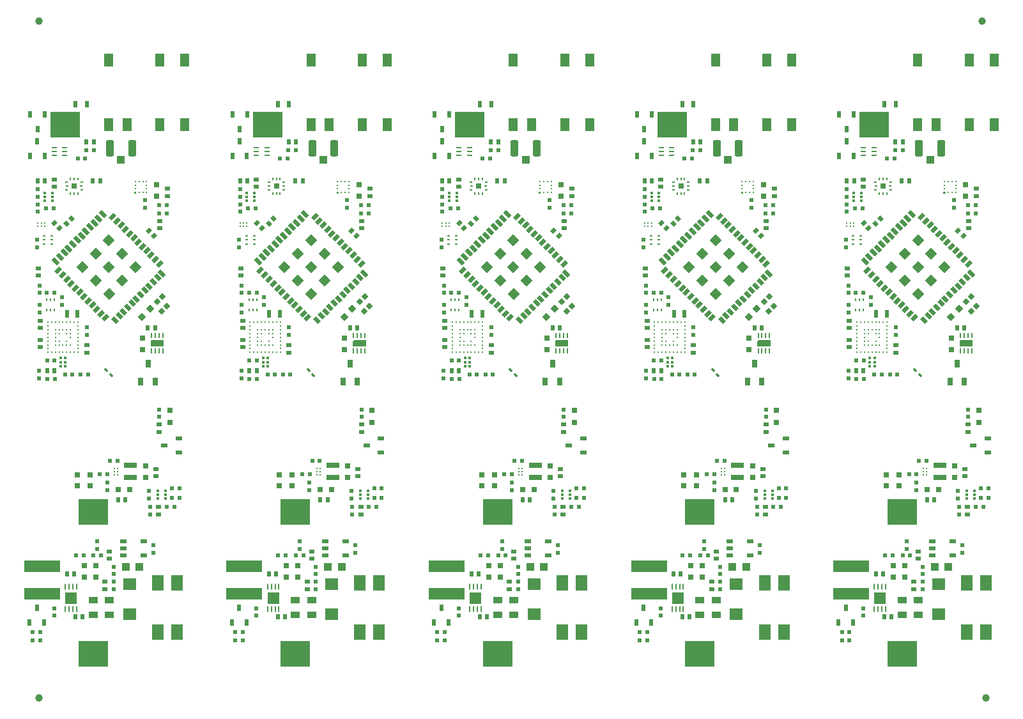
<source format=gbp>
G04*
G04 #@! TF.GenerationSoftware,Altium Limited,Altium Designer,20.1.14 (287)*
G04*
G04 Layer_Color=128*
%FSAX25Y25*%
%MOIN*%
G70*
G04*
G04 #@! TF.SameCoordinates,1811FDE6-F90D-4AF7-B065-783B26A83BD4*
G04*
G04*
G04 #@! TF.FilePolarity,Positive*
G04*
G01*
G75*
%ADD10C,0.03937*%
%ADD29R,0.15748X0.13780*%
%ADD30R,0.02362X0.01968*%
%ADD31R,0.03150X0.03937*%
G04:AMPARAMS|DCode=32|XSize=41.34mil|YSize=86.61mil|CornerRadius=10.34mil|HoleSize=0mil|Usage=FLASHONLY|Rotation=0.000|XOffset=0mil|YOffset=0mil|HoleType=Round|Shape=RoundedRectangle|*
%AMROUNDEDRECTD32*
21,1,0.04134,0.06594,0,0,0.0*
21,1,0.02067,0.08661,0,0,0.0*
1,1,0.02067,0.01034,-0.03297*
1,1,0.02067,-0.01034,-0.03297*
1,1,0.02067,-0.01034,0.03297*
1,1,0.02067,0.01034,0.03297*
%
%ADD32ROUNDEDRECTD32*%
%ADD33R,0.03937X0.03937*%
%ADD34R,0.02362X0.03543*%
G04:AMPARAMS|DCode=35|XSize=24.41mil|YSize=22.44mil|CornerRadius=0mil|HoleSize=0mil|Usage=FLASHONLY|Rotation=315.000|XOffset=0mil|YOffset=0mil|HoleType=Round|Shape=Rectangle|*
%AMROTATEDRECTD35*
4,1,4,-0.01656,0.00070,-0.00070,0.01656,0.01656,-0.00070,0.00070,-0.01656,-0.01656,0.00070,0.0*
%
%ADD35ROTATEDRECTD35*%

%ADD36R,0.01968X0.02362*%
G04:AMPARAMS|DCode=38|XSize=9.84mil|YSize=33.47mil|CornerRadius=2.46mil|HoleSize=0mil|Usage=FLASHONLY|Rotation=180.000|XOffset=0mil|YOffset=0mil|HoleType=Round|Shape=RoundedRectangle|*
%AMROUNDEDRECTD38*
21,1,0.00984,0.02854,0,0,180.0*
21,1,0.00492,0.03347,0,0,180.0*
1,1,0.00492,-0.00246,0.01427*
1,1,0.00492,0.00246,0.01427*
1,1,0.00492,0.00246,-0.01427*
1,1,0.00492,-0.00246,-0.01427*
%
%ADD38ROUNDEDRECTD38*%
%ADD39R,0.02362X0.02520*%
%ADD40R,0.01181X0.01181*%
%ADD42R,0.03150X0.03150*%
%ADD43R,0.02520X0.02362*%
%ADD44R,0.05118X0.07087*%
%ADD45R,0.05118X0.03543*%
%ADD46R,0.06614X0.05984*%
%ADD47R,0.06102X0.08268*%
%ADD48R,0.03740X0.01890*%
%ADD49P,0.04454X4X270.0*%
G04:AMPARAMS|DCode=54|XSize=25.2mil|YSize=23.62mil|CornerRadius=0mil|HoleSize=0mil|Usage=FLASHONLY|Rotation=135.000|XOffset=0mil|YOffset=0mil|HoleType=Round|Shape=Rectangle|*
%AMROTATEDRECTD54*
4,1,4,0.01726,-0.00056,0.00056,-0.01726,-0.01726,0.00056,-0.00056,0.01726,0.01726,-0.00056,0.0*
%
%ADD54ROTATEDRECTD54*%

%ADD56R,0.01575X0.01181*%
G04:AMPARAMS|DCode=59|XSize=24.41mil|YSize=22.44mil|CornerRadius=0mil|HoleSize=0mil|Usage=FLASHONLY|Rotation=225.000|XOffset=0mil|YOffset=0mil|HoleType=Round|Shape=Rectangle|*
%AMROTATEDRECTD59*
4,1,4,0.00070,0.01656,0.01656,0.00070,-0.00070,-0.01656,-0.01656,-0.00070,0.00070,0.01656,0.0*
%
%ADD59ROTATEDRECTD59*%

%ADD61R,0.01890X0.03740*%
%ADD62R,0.05906X0.06299*%
%ADD63R,0.18504X0.05906*%
G04:AMPARAMS|DCode=67|XSize=23.62mil|YSize=19.68mil|CornerRadius=0mil|HoleSize=0mil|Usage=FLASHONLY|Rotation=225.000|XOffset=0mil|YOffset=0mil|HoleType=Round|Shape=Rectangle|*
%AMROTATEDRECTD67*
4,1,4,0.00139,0.01531,0.01531,0.00139,-0.00139,-0.01531,-0.01531,-0.00139,0.00139,0.01531,0.0*
%
%ADD67ROTATEDRECTD67*%

%ADD68R,0.01968X0.01968*%
G04:AMPARAMS|DCode=69|XSize=13.78mil|YSize=19.68mil|CornerRadius=0mil|HoleSize=0mil|Usage=FLASHONLY|Rotation=225.000|XOffset=0mil|YOffset=0mil|HoleType=Round|Shape=Rectangle|*
%AMROTATEDRECTD69*
4,1,4,-0.00209,0.01183,0.01183,-0.00209,0.00209,-0.01183,-0.01183,0.00209,-0.00209,0.01183,0.0*
%
%ADD69ROTATEDRECTD69*%

%ADD70R,0.06693X0.02756*%
%ADD71R,0.03150X0.03150*%
G04:AMPARAMS|DCode=144|XSize=37.4mil|YSize=19.29mil|CornerRadius=0mil|HoleSize=0mil|Usage=FLASHONLY|Rotation=45.000|XOffset=0mil|YOffset=0mil|HoleType=Round|Shape=Rectangle|*
%AMROTATEDRECTD144*
4,1,4,-0.00640,-0.02004,-0.02004,-0.00640,0.00640,0.02004,0.02004,0.00640,-0.00640,-0.02004,0.0*
%
%ADD144ROTATEDRECTD144*%

G04:AMPARAMS|DCode=145|XSize=37.8mil|YSize=19.68mil|CornerRadius=0mil|HoleSize=0mil|Usage=FLASHONLY|Rotation=135.000|XOffset=0mil|YOffset=0mil|HoleType=Round|Shape=Rectangle|*
%AMROTATEDRECTD145*
4,1,4,0.02032,-0.00640,0.00640,-0.02032,-0.02032,0.00640,-0.00640,0.02032,0.02032,-0.00640,0.0*
%
%ADD145ROTATEDRECTD145*%

G04:AMPARAMS|DCode=146|XSize=37.4mil|YSize=19.29mil|CornerRadius=0mil|HoleSize=0mil|Usage=FLASHONLY|Rotation=135.000|XOffset=0mil|YOffset=0mil|HoleType=Round|Shape=Rectangle|*
%AMROTATEDRECTD146*
4,1,4,0.02004,-0.00640,0.00640,-0.02004,-0.02004,0.00640,-0.00640,0.02004,0.02004,-0.00640,0.0*
%
%ADD146ROTATEDRECTD146*%

G04:AMPARAMS|DCode=147|XSize=37.4mil|YSize=19.29mil|CornerRadius=0mil|HoleSize=0mil|Usage=FLASHONLY|Rotation=135.000|XOffset=0mil|YOffset=0mil|HoleType=Round|Shape=Rectangle|*
%AMROTATEDRECTD147*
4,1,4,0.02004,-0.00640,0.00640,-0.02004,-0.02004,0.00640,-0.00640,0.02004,0.02004,-0.00640,0.0*
%
%ADD147ROTATEDRECTD147*%

%ADD148R,0.00984X0.02559*%
%ADD149C,0.00787*%
%ADD150R,0.00945X0.00945*%
%ADD151R,0.00945X0.00945*%
G04:AMPARAMS|DCode=152|XSize=43.31mil|YSize=43.31mil|CornerRadius=0mil|HoleSize=0mil|Usage=FLASHONLY|Rotation=135.000|XOffset=0mil|YOffset=0mil|HoleType=Round|Shape=RoundedRectangle|*
%AMROUNDEDRECTD152*
21,1,0.04331,0.04331,0,0,135.0*
21,1,0.04331,0.04331,0,0,135.0*
1,1,0.00000,0.00000,0.03062*
1,1,0.00000,0.03062,0.00000*
1,1,0.00000,0.00000,-0.03062*
1,1,0.00000,-0.03062,0.00000*
%
%ADD152ROUNDEDRECTD152*%
%ADD153P,0.06125X4X180.0*%
%ADD154R,0.01260X0.01654*%
%ADD155R,0.00984X0.01673*%
%ADD156R,0.01673X0.00984*%
%ADD157R,0.01772X0.00984*%
%ADD158R,0.02953X0.00984*%
%ADD159R,0.01968X0.03937*%
%ADD160R,0.00787X0.01378*%
G36*
X0512545Y0278573D02*
X0512545Y0277933D01*
X0511462D01*
Y0278917D01*
X0512200Y0278918D01*
X0512545Y0278573D01*
D02*
G37*
G36*
X0407032D02*
X0407032Y0277933D01*
X0405949D01*
Y0278917D01*
X0406687Y0278918D01*
X0407032Y0278573D01*
D02*
G37*
G36*
X0301519D02*
X0301519Y0277933D01*
X0300436D01*
Y0278917D01*
X0301174Y0278918D01*
X0301519Y0278573D01*
D02*
G37*
G36*
X0196005D02*
X0196005Y0277933D01*
X0194923D01*
Y0278917D01*
X0195661Y0278918D01*
X0196005Y0278573D01*
D02*
G37*
G36*
X0090492D02*
X0090492Y0277933D01*
X0089410D01*
Y0278917D01*
X0090148Y0278918D01*
X0090492Y0278573D01*
D02*
G37*
G36*
X0526778Y0198307D02*
X0519928Y0198302D01*
X0519928Y0200787D01*
X0520519Y0201377D01*
X0526778Y0201377D01*
X0526778Y0198307D01*
D02*
G37*
G36*
X0421265D02*
X0414415Y0198302D01*
X0414415Y0200787D01*
X0415006Y0201377D01*
X0421265Y0201377D01*
X0421265Y0198307D01*
D02*
G37*
G36*
X0315752D02*
X0308902Y0198302D01*
X0308901Y0200787D01*
X0309493Y0201377D01*
X0315752Y0201377D01*
X0315752Y0198307D01*
D02*
G37*
G36*
X0210239D02*
X0203389Y0198302D01*
X0203388Y0200787D01*
X0203979Y0201377D01*
X0210239Y0201377D01*
X0210239Y0198307D01*
D02*
G37*
G36*
X0104725D02*
X0097875Y0198302D01*
X0097875Y0200787D01*
X0098466Y0201377D01*
X0104725Y0201377D01*
X0104725Y0198307D01*
D02*
G37*
D10*
X0533543Y0014764D02*
D03*
X0039567Y0367913D02*
D03*
Y0014764D02*
D03*
X0531772Y0367913D02*
D03*
D29*
X0067914Y0037794D02*
D03*
X0053465Y0313740D02*
D03*
X0067914Y0111810D02*
D03*
X0173427Y0037794D02*
D03*
X0158978Y0313740D02*
D03*
X0173427Y0111810D02*
D03*
X0278941Y0037794D02*
D03*
X0264491Y0313740D02*
D03*
X0278941Y0111810D02*
D03*
X0384454Y0037794D02*
D03*
X0370004Y0313740D02*
D03*
X0384454Y0111810D02*
D03*
X0489967Y0037794D02*
D03*
X0475518Y0313740D02*
D03*
X0489967Y0111810D02*
D03*
D30*
X0070191Y0092467D02*
D03*
Y0096404D02*
D03*
X0099253Y0090590D02*
D03*
Y0094527D02*
D03*
X0078544Y0083346D02*
D03*
Y0079409D02*
D03*
Y0075511D02*
D03*
Y0071574D02*
D03*
X0102363Y0165354D02*
D03*
Y0161416D02*
D03*
X0039055Y0268386D02*
D03*
Y0272323D02*
D03*
X0038661Y0253858D02*
D03*
Y0249921D02*
D03*
X0039055Y0280236D02*
D03*
Y0276299D02*
D03*
X0094962Y0270550D02*
D03*
Y0274487D02*
D03*
X0047639Y0061653D02*
D03*
Y0057716D02*
D03*
X0097127Y0118897D02*
D03*
Y0122834D02*
D03*
X0097678Y0114448D02*
D03*
Y0110511D02*
D03*
X0064567Y0208268D02*
D03*
Y0204331D02*
D03*
X0051654Y0219882D02*
D03*
Y0223819D02*
D03*
X0039921Y0226063D02*
D03*
Y0230000D02*
D03*
Y0219843D02*
D03*
Y0215906D02*
D03*
X0039843Y0181653D02*
D03*
Y0185590D02*
D03*
X0075355Y0127283D02*
D03*
Y0123346D02*
D03*
X0175704Y0092467D02*
D03*
Y0096404D02*
D03*
X0204766Y0090590D02*
D03*
Y0094527D02*
D03*
X0184057Y0083346D02*
D03*
Y0079409D02*
D03*
Y0075511D02*
D03*
Y0071574D02*
D03*
X0207876Y0165354D02*
D03*
Y0161416D02*
D03*
X0144568Y0268386D02*
D03*
Y0272323D02*
D03*
X0144175Y0253858D02*
D03*
Y0249921D02*
D03*
X0144568Y0280236D02*
D03*
Y0276299D02*
D03*
X0200475Y0270550D02*
D03*
Y0274487D02*
D03*
X0153152Y0061653D02*
D03*
Y0057716D02*
D03*
X0202640Y0118897D02*
D03*
Y0122834D02*
D03*
X0203191Y0114448D02*
D03*
Y0110511D02*
D03*
X0170080Y0208268D02*
D03*
Y0204331D02*
D03*
X0157167Y0219882D02*
D03*
Y0223819D02*
D03*
X0145434Y0226063D02*
D03*
Y0230000D02*
D03*
Y0219843D02*
D03*
Y0215906D02*
D03*
X0145357Y0181653D02*
D03*
Y0185590D02*
D03*
X0180868Y0127283D02*
D03*
Y0123346D02*
D03*
X0281217Y0092467D02*
D03*
Y0096404D02*
D03*
X0310279Y0090590D02*
D03*
Y0094527D02*
D03*
X0289571Y0083346D02*
D03*
Y0079409D02*
D03*
Y0075511D02*
D03*
Y0071574D02*
D03*
X0313390Y0165354D02*
D03*
Y0161416D02*
D03*
X0250082Y0268386D02*
D03*
Y0272323D02*
D03*
X0249688Y0253858D02*
D03*
Y0249921D02*
D03*
X0250082Y0280236D02*
D03*
Y0276299D02*
D03*
X0305988Y0270550D02*
D03*
Y0274487D02*
D03*
X0258665Y0061653D02*
D03*
Y0057716D02*
D03*
X0308153Y0118897D02*
D03*
Y0122834D02*
D03*
X0308704Y0114448D02*
D03*
Y0110511D02*
D03*
X0275593Y0208268D02*
D03*
Y0204331D02*
D03*
X0262680Y0219882D02*
D03*
Y0223819D02*
D03*
X0250948Y0226063D02*
D03*
Y0230000D02*
D03*
Y0219843D02*
D03*
Y0215906D02*
D03*
X0250870Y0181653D02*
D03*
Y0185590D02*
D03*
X0286382Y0127283D02*
D03*
Y0123346D02*
D03*
X0386731Y0092467D02*
D03*
Y0096404D02*
D03*
X0415793Y0090590D02*
D03*
Y0094527D02*
D03*
X0395084Y0083346D02*
D03*
Y0079409D02*
D03*
Y0075511D02*
D03*
Y0071574D02*
D03*
X0418903Y0165354D02*
D03*
Y0161416D02*
D03*
X0355595Y0268386D02*
D03*
Y0272323D02*
D03*
X0355201Y0253858D02*
D03*
Y0249921D02*
D03*
X0355595Y0280236D02*
D03*
Y0276299D02*
D03*
X0411501Y0270550D02*
D03*
Y0274487D02*
D03*
X0364178Y0061653D02*
D03*
Y0057716D02*
D03*
X0413667Y0118897D02*
D03*
Y0122834D02*
D03*
X0414218Y0114448D02*
D03*
Y0110511D02*
D03*
X0381107Y0208268D02*
D03*
Y0204331D02*
D03*
X0368193Y0219882D02*
D03*
Y0223819D02*
D03*
X0356461Y0226063D02*
D03*
Y0230000D02*
D03*
Y0219843D02*
D03*
Y0215906D02*
D03*
X0356383Y0181653D02*
D03*
Y0185590D02*
D03*
X0391895Y0127283D02*
D03*
Y0123346D02*
D03*
X0492244Y0092467D02*
D03*
Y0096404D02*
D03*
X0521306Y0090590D02*
D03*
Y0094527D02*
D03*
X0500597Y0083346D02*
D03*
Y0079409D02*
D03*
Y0075511D02*
D03*
Y0071574D02*
D03*
X0524416Y0165354D02*
D03*
Y0161416D02*
D03*
X0461108Y0268386D02*
D03*
Y0272323D02*
D03*
X0460714Y0253858D02*
D03*
Y0249921D02*
D03*
X0461108Y0280236D02*
D03*
Y0276299D02*
D03*
X0517014Y0270550D02*
D03*
Y0274487D02*
D03*
X0469692Y0061653D02*
D03*
Y0057716D02*
D03*
X0519180Y0118897D02*
D03*
Y0122834D02*
D03*
X0519731Y0114448D02*
D03*
Y0110511D02*
D03*
X0486620Y0208268D02*
D03*
Y0204331D02*
D03*
X0473706Y0219882D02*
D03*
Y0223819D02*
D03*
X0461974Y0226063D02*
D03*
Y0230000D02*
D03*
Y0219843D02*
D03*
Y0215906D02*
D03*
X0461896Y0181653D02*
D03*
Y0185590D02*
D03*
X0497408Y0127283D02*
D03*
Y0123346D02*
D03*
D31*
X0100312Y0179898D02*
D03*
X0092832D02*
D03*
X0096572Y0189347D02*
D03*
X0205825Y0179898D02*
D03*
X0198345D02*
D03*
X0202085Y0189347D02*
D03*
X0311339Y0179898D02*
D03*
X0303858D02*
D03*
X0307598Y0189347D02*
D03*
X0416852Y0179898D02*
D03*
X0409372D02*
D03*
X0413112Y0189347D02*
D03*
X0522365Y0179898D02*
D03*
X0514885D02*
D03*
X0518625Y0189347D02*
D03*
D32*
X0088328Y0301493D02*
D03*
X0076714D02*
D03*
X0193841D02*
D03*
X0182227D02*
D03*
X0299354D02*
D03*
X0287740D02*
D03*
X0404867D02*
D03*
X0393253D02*
D03*
X0510381D02*
D03*
X0498766D02*
D03*
D33*
X0082521Y0295587D02*
D03*
X0092088Y0083267D02*
D03*
X0085001D02*
D03*
X0188034Y0295587D02*
D03*
X0197601Y0083267D02*
D03*
X0190514D02*
D03*
X0293547Y0295587D02*
D03*
X0303114Y0083267D02*
D03*
X0296027D02*
D03*
X0399060Y0295587D02*
D03*
X0408627Y0083267D02*
D03*
X0401541D02*
D03*
X0504573Y0295587D02*
D03*
X0514140Y0083267D02*
D03*
X0507054D02*
D03*
D34*
X0058702Y0324487D02*
D03*
X0064607D02*
D03*
X0164215D02*
D03*
X0170120D02*
D03*
X0269728D02*
D03*
X0275634D02*
D03*
X0375241D02*
D03*
X0381147D02*
D03*
X0480755D02*
D03*
X0486660D02*
D03*
D35*
X0056664Y0264733D02*
D03*
X0054047Y0262116D02*
D03*
X0162177Y0264733D02*
D03*
X0159560Y0262116D02*
D03*
X0267690Y0264733D02*
D03*
X0265073Y0262116D02*
D03*
X0373203Y0264733D02*
D03*
X0370586Y0262116D02*
D03*
X0478717Y0264733D02*
D03*
X0476100Y0262116D02*
D03*
D36*
X0047954Y0181220D02*
D03*
X0044017D02*
D03*
X0106261Y0267637D02*
D03*
X0102324D02*
D03*
X0068229Y0300511D02*
D03*
X0064292D02*
D03*
X0047244Y0270236D02*
D03*
X0043307D02*
D03*
X0102324Y0271889D02*
D03*
X0106261D02*
D03*
X0063859Y0296180D02*
D03*
X0059922D02*
D03*
X0068190Y0089094D02*
D03*
X0072127D02*
D03*
X0058977Y0089054D02*
D03*
X0062914D02*
D03*
X0036497Y0044940D02*
D03*
X0040434D02*
D03*
X0036497Y0049231D02*
D03*
X0040434D02*
D03*
X0110237Y0114566D02*
D03*
X0106300D02*
D03*
X0109056Y0124054D02*
D03*
X0112993D02*
D03*
X0043780Y0226260D02*
D03*
X0047717D02*
D03*
X0109056Y0119330D02*
D03*
X0112993D02*
D03*
X0047835Y0190709D02*
D03*
X0043898D02*
D03*
X0053465Y0183464D02*
D03*
X0057165D02*
D03*
X0061536D02*
D03*
X0065315D02*
D03*
X0076733Y0138542D02*
D03*
X0080670D02*
D03*
X0075434Y0131377D02*
D03*
X0071497D02*
D03*
X0153467Y0181220D02*
D03*
X0149530D02*
D03*
X0211774Y0267637D02*
D03*
X0207837D02*
D03*
X0173742Y0300511D02*
D03*
X0169806D02*
D03*
X0152757Y0270236D02*
D03*
X0148820D02*
D03*
X0207837Y0271889D02*
D03*
X0211774D02*
D03*
X0169372Y0296180D02*
D03*
X0165435D02*
D03*
X0173703Y0089094D02*
D03*
X0177640D02*
D03*
X0164490Y0089054D02*
D03*
X0168428D02*
D03*
X0142010Y0044940D02*
D03*
X0145947D02*
D03*
X0142010Y0049231D02*
D03*
X0145947D02*
D03*
X0215750Y0114566D02*
D03*
X0211813D02*
D03*
X0214569Y0124054D02*
D03*
X0218506D02*
D03*
X0149293Y0226260D02*
D03*
X0153230D02*
D03*
X0214569Y0119330D02*
D03*
X0218506D02*
D03*
X0153348Y0190709D02*
D03*
X0149411D02*
D03*
X0158978Y0183464D02*
D03*
X0162679D02*
D03*
X0167049D02*
D03*
X0170828D02*
D03*
X0182246Y0138542D02*
D03*
X0186183D02*
D03*
X0180947Y0131377D02*
D03*
X0177010D02*
D03*
X0258980Y0181220D02*
D03*
X0255043D02*
D03*
X0317287Y0267637D02*
D03*
X0313350D02*
D03*
X0279256Y0300511D02*
D03*
X0275319D02*
D03*
X0258271Y0270236D02*
D03*
X0254333D02*
D03*
X0313350Y0271889D02*
D03*
X0317287D02*
D03*
X0274886Y0296180D02*
D03*
X0270949D02*
D03*
X0279216Y0089094D02*
D03*
X0283153D02*
D03*
X0270004Y0089054D02*
D03*
X0273941D02*
D03*
X0247523Y0044940D02*
D03*
X0251460D02*
D03*
X0247523Y0049231D02*
D03*
X0251460D02*
D03*
X0321264Y0114566D02*
D03*
X0317327D02*
D03*
X0320082Y0124054D02*
D03*
X0324020D02*
D03*
X0254806Y0226260D02*
D03*
X0258743D02*
D03*
X0320082Y0119330D02*
D03*
X0324020D02*
D03*
X0258861Y0190709D02*
D03*
X0254924D02*
D03*
X0264491Y0183464D02*
D03*
X0268192D02*
D03*
X0272562D02*
D03*
X0276341D02*
D03*
X0287760Y0138542D02*
D03*
X0291697D02*
D03*
X0286460Y0131377D02*
D03*
X0282523D02*
D03*
X0364493Y0181220D02*
D03*
X0360556D02*
D03*
X0422800Y0267637D02*
D03*
X0418863D02*
D03*
X0384769Y0300511D02*
D03*
X0380832D02*
D03*
X0363784Y0270236D02*
D03*
X0359847D02*
D03*
X0418863Y0271889D02*
D03*
X0422800D02*
D03*
X0380399Y0296180D02*
D03*
X0376462D02*
D03*
X0384730Y0089094D02*
D03*
X0388667D02*
D03*
X0375517Y0089054D02*
D03*
X0379454D02*
D03*
X0353037Y0044940D02*
D03*
X0356974D02*
D03*
X0353037Y0049231D02*
D03*
X0356974D02*
D03*
X0426777Y0114566D02*
D03*
X0422840D02*
D03*
X0425596Y0124054D02*
D03*
X0429533D02*
D03*
X0360319Y0226260D02*
D03*
X0364256D02*
D03*
X0425596Y0119330D02*
D03*
X0429533D02*
D03*
X0364374Y0190709D02*
D03*
X0360437D02*
D03*
X0370004Y0183464D02*
D03*
X0373705D02*
D03*
X0378075D02*
D03*
X0381855D02*
D03*
X0393273Y0138542D02*
D03*
X0397210D02*
D03*
X0391974Y0131377D02*
D03*
X0388037D02*
D03*
X0470007Y0181220D02*
D03*
X0466070D02*
D03*
X0528314Y0267637D02*
D03*
X0524377D02*
D03*
X0490282Y0300511D02*
D03*
X0486345D02*
D03*
X0469297Y0270236D02*
D03*
X0465360D02*
D03*
X0524377Y0271889D02*
D03*
X0528314D02*
D03*
X0485912Y0296180D02*
D03*
X0481975D02*
D03*
X0490243Y0089094D02*
D03*
X0494180D02*
D03*
X0481030Y0089054D02*
D03*
X0484967D02*
D03*
X0458550Y0044940D02*
D03*
X0462487D02*
D03*
X0458550Y0049231D02*
D03*
X0462487D02*
D03*
X0532290Y0114566D02*
D03*
X0528353D02*
D03*
X0531109Y0124054D02*
D03*
X0535046D02*
D03*
X0465832Y0226260D02*
D03*
X0469769D02*
D03*
X0531109Y0119330D02*
D03*
X0535046D02*
D03*
X0469888Y0190709D02*
D03*
X0465950D02*
D03*
X0475518Y0183464D02*
D03*
X0479218D02*
D03*
X0483588D02*
D03*
X0487368D02*
D03*
X0498786Y0138542D02*
D03*
X0502723D02*
D03*
X0497487Y0131377D02*
D03*
X0493550D02*
D03*
D38*
X0057363Y0061298D02*
D03*
X0059332Y0072716D02*
D03*
X0057363D02*
D03*
X0055395D02*
D03*
X0053426D02*
D03*
Y0061298D02*
D03*
X0055395D02*
D03*
X0059332D02*
D03*
X0162876D02*
D03*
X0164845Y0072716D02*
D03*
X0162876D02*
D03*
X0160908D02*
D03*
X0158939D02*
D03*
Y0061298D02*
D03*
X0160908D02*
D03*
X0164845D02*
D03*
X0268390D02*
D03*
X0270358Y0072716D02*
D03*
X0268390D02*
D03*
X0266421D02*
D03*
X0264453D02*
D03*
Y0061298D02*
D03*
X0266421D02*
D03*
X0270358D02*
D03*
X0373903D02*
D03*
X0375871Y0072716D02*
D03*
X0373903D02*
D03*
X0371934D02*
D03*
X0369966D02*
D03*
Y0061298D02*
D03*
X0371934D02*
D03*
X0375871D02*
D03*
X0479416D02*
D03*
X0481385Y0072716D02*
D03*
X0479416D02*
D03*
X0477448D02*
D03*
X0475479D02*
D03*
Y0061298D02*
D03*
X0477448D02*
D03*
X0481385D02*
D03*
D39*
X0071733Y0284527D02*
D03*
X0067757D02*
D03*
X0039055Y0284488D02*
D03*
X0042835D02*
D03*
X0068229Y0304920D02*
D03*
X0064450D02*
D03*
X0058702Y0057283D02*
D03*
X0062481D02*
D03*
X0054214Y0079566D02*
D03*
X0057993D02*
D03*
X0096536Y0207991D02*
D03*
X0100316D02*
D03*
X0043938Y0185629D02*
D03*
X0047717D02*
D03*
X0084804Y0118188D02*
D03*
X0081024D02*
D03*
X0177246Y0284527D02*
D03*
X0173270D02*
D03*
X0144568Y0284488D02*
D03*
X0148348D02*
D03*
X0173742Y0304920D02*
D03*
X0169963D02*
D03*
X0164215Y0057283D02*
D03*
X0167994D02*
D03*
X0159727Y0079566D02*
D03*
X0163506D02*
D03*
X0202050Y0207991D02*
D03*
X0205829D02*
D03*
X0149451Y0185629D02*
D03*
X0153231D02*
D03*
X0190317Y0118188D02*
D03*
X0186538D02*
D03*
X0282760Y0284527D02*
D03*
X0278783D02*
D03*
X0250082Y0284488D02*
D03*
X0253861D02*
D03*
X0279256Y0304920D02*
D03*
X0275476D02*
D03*
X0269728Y0057283D02*
D03*
X0273508D02*
D03*
X0265240Y0079566D02*
D03*
X0269020D02*
D03*
X0307563Y0207991D02*
D03*
X0311342D02*
D03*
X0254964Y0185629D02*
D03*
X0258744D02*
D03*
X0295830Y0118188D02*
D03*
X0292051D02*
D03*
X0388273Y0284527D02*
D03*
X0384296D02*
D03*
X0355595Y0284488D02*
D03*
X0359374D02*
D03*
X0384769Y0304920D02*
D03*
X0380989D02*
D03*
X0375241Y0057283D02*
D03*
X0379021D02*
D03*
X0370753Y0079566D02*
D03*
X0374533D02*
D03*
X0413076Y0207991D02*
D03*
X0416856D02*
D03*
X0360478Y0185629D02*
D03*
X0364257D02*
D03*
X0401344Y0118188D02*
D03*
X0397564D02*
D03*
X0493786Y0284527D02*
D03*
X0489810D02*
D03*
X0461108Y0284488D02*
D03*
X0464888D02*
D03*
X0490282Y0304920D02*
D03*
X0486503D02*
D03*
X0480755Y0057283D02*
D03*
X0484534D02*
D03*
X0476266Y0079566D02*
D03*
X0480046D02*
D03*
X0518589Y0207991D02*
D03*
X0522369D02*
D03*
X0465991Y0185629D02*
D03*
X0469770D02*
D03*
X0506857Y0118188D02*
D03*
X0503077D02*
D03*
D40*
X0053504Y0192087D02*
D03*
Y0189921D02*
D03*
Y0187756D02*
D03*
X0051142D02*
D03*
Y0189921D02*
D03*
Y0192087D02*
D03*
X0159017D02*
D03*
Y0189921D02*
D03*
Y0187756D02*
D03*
X0156655D02*
D03*
Y0189921D02*
D03*
Y0192087D02*
D03*
X0264530D02*
D03*
Y0189921D02*
D03*
Y0187756D02*
D03*
X0262168D02*
D03*
Y0189921D02*
D03*
Y0192087D02*
D03*
X0370044D02*
D03*
Y0189921D02*
D03*
Y0187756D02*
D03*
X0367681D02*
D03*
Y0189921D02*
D03*
Y0192087D02*
D03*
X0475557D02*
D03*
Y0189921D02*
D03*
Y0187756D02*
D03*
X0473195D02*
D03*
Y0189921D02*
D03*
Y0192087D02*
D03*
D42*
X0101142Y0276614D02*
D03*
Y0282520D02*
D03*
X0107875Y0158660D02*
D03*
Y0164960D02*
D03*
X0093623Y0196613D02*
D03*
Y0202519D02*
D03*
X0069292Y0083818D02*
D03*
Y0077912D02*
D03*
X0063308Y0083857D02*
D03*
Y0077952D02*
D03*
X0095355Y0129960D02*
D03*
Y0135865D02*
D03*
X0059607Y0131298D02*
D03*
Y0125393D02*
D03*
X0066221Y0131338D02*
D03*
Y0125432D02*
D03*
X0206655Y0276614D02*
D03*
Y0282520D02*
D03*
X0213388Y0158660D02*
D03*
Y0164960D02*
D03*
X0199136Y0196613D02*
D03*
Y0202519D02*
D03*
X0174805Y0083818D02*
D03*
Y0077912D02*
D03*
X0168821Y0083857D02*
D03*
Y0077952D02*
D03*
X0200869Y0129960D02*
D03*
Y0135865D02*
D03*
X0165120Y0131298D02*
D03*
Y0125393D02*
D03*
X0171735Y0131338D02*
D03*
Y0125432D02*
D03*
X0312168Y0276614D02*
D03*
Y0282520D02*
D03*
X0318901Y0158660D02*
D03*
Y0164960D02*
D03*
X0304649Y0196613D02*
D03*
Y0202519D02*
D03*
X0280319Y0083818D02*
D03*
Y0077912D02*
D03*
X0274335Y0083857D02*
D03*
Y0077952D02*
D03*
X0306382Y0129960D02*
D03*
Y0135865D02*
D03*
X0270634Y0131298D02*
D03*
Y0125393D02*
D03*
X0277248Y0131338D02*
D03*
Y0125432D02*
D03*
X0417681Y0276614D02*
D03*
Y0282520D02*
D03*
X0424415Y0158660D02*
D03*
Y0164960D02*
D03*
X0410163Y0196613D02*
D03*
Y0202519D02*
D03*
X0385832Y0083818D02*
D03*
Y0077912D02*
D03*
X0379848Y0083857D02*
D03*
Y0077952D02*
D03*
X0411895Y0129960D02*
D03*
Y0135865D02*
D03*
X0376147Y0131298D02*
D03*
Y0125393D02*
D03*
X0382761Y0131338D02*
D03*
Y0125432D02*
D03*
X0523195Y0276614D02*
D03*
Y0282520D02*
D03*
X0529928Y0158660D02*
D03*
Y0164960D02*
D03*
X0515676Y0196613D02*
D03*
Y0202519D02*
D03*
X0491345Y0083818D02*
D03*
Y0077912D02*
D03*
X0485361Y0083857D02*
D03*
Y0077952D02*
D03*
X0517408Y0129960D02*
D03*
Y0135865D02*
D03*
X0481660Y0131298D02*
D03*
Y0125393D02*
D03*
X0488274Y0131338D02*
D03*
Y0125432D02*
D03*
D43*
X0106732Y0280433D02*
D03*
Y0276654D02*
D03*
X0074135Y0071653D02*
D03*
Y0075432D02*
D03*
X0076379Y0091259D02*
D03*
Y0087479D02*
D03*
X0047639Y0281456D02*
D03*
Y0285235D02*
D03*
X0039449Y0235118D02*
D03*
Y0238898D02*
D03*
X0102639Y0263542D02*
D03*
Y0259763D02*
D03*
X0040458Y0211503D02*
D03*
Y0207723D02*
D03*
X0102048Y0110668D02*
D03*
Y0114448D02*
D03*
X0064567Y0194961D02*
D03*
Y0198740D02*
D03*
X0040454Y0197716D02*
D03*
Y0201495D02*
D03*
X0102363Y0153621D02*
D03*
Y0157401D02*
D03*
X0100670Y0130550D02*
D03*
Y0134330D02*
D03*
X0212245Y0280433D02*
D03*
Y0276654D02*
D03*
X0179648Y0071653D02*
D03*
Y0075432D02*
D03*
X0181892Y0091259D02*
D03*
Y0087479D02*
D03*
X0153152Y0281456D02*
D03*
Y0285235D02*
D03*
X0144962Y0235118D02*
D03*
Y0238898D02*
D03*
X0208152Y0263542D02*
D03*
Y0259763D02*
D03*
X0145971Y0211503D02*
D03*
Y0207723D02*
D03*
X0207561Y0110668D02*
D03*
Y0114448D02*
D03*
X0170080Y0194961D02*
D03*
Y0198740D02*
D03*
X0145967Y0197716D02*
D03*
Y0201495D02*
D03*
X0207876Y0153621D02*
D03*
Y0157401D02*
D03*
X0206183Y0130550D02*
D03*
Y0134330D02*
D03*
X0317759Y0280433D02*
D03*
Y0276654D02*
D03*
X0285161Y0071653D02*
D03*
Y0075432D02*
D03*
X0287405Y0091259D02*
D03*
Y0087479D02*
D03*
X0258665Y0281456D02*
D03*
Y0285235D02*
D03*
X0250475Y0235118D02*
D03*
Y0238898D02*
D03*
X0313665Y0263542D02*
D03*
Y0259763D02*
D03*
X0251484Y0211503D02*
D03*
Y0207723D02*
D03*
X0313075Y0110668D02*
D03*
Y0114448D02*
D03*
X0275593Y0194961D02*
D03*
Y0198740D02*
D03*
X0251480Y0197716D02*
D03*
Y0201495D02*
D03*
X0313390Y0153621D02*
D03*
Y0157401D02*
D03*
X0311697Y0130550D02*
D03*
Y0134330D02*
D03*
X0423272Y0280433D02*
D03*
Y0276654D02*
D03*
X0390674Y0071653D02*
D03*
Y0075432D02*
D03*
X0392918Y0091259D02*
D03*
Y0087479D02*
D03*
X0364178Y0281456D02*
D03*
Y0285235D02*
D03*
X0355989Y0235118D02*
D03*
Y0238898D02*
D03*
X0419178Y0263542D02*
D03*
Y0259763D02*
D03*
X0356997Y0211503D02*
D03*
Y0207723D02*
D03*
X0418588Y0110668D02*
D03*
Y0114448D02*
D03*
X0381107Y0194961D02*
D03*
Y0198740D02*
D03*
X0356993Y0197716D02*
D03*
Y0201495D02*
D03*
X0418903Y0153621D02*
D03*
Y0157401D02*
D03*
X0417210Y0130550D02*
D03*
Y0134330D02*
D03*
X0528785Y0280433D02*
D03*
Y0276654D02*
D03*
X0496188Y0071653D02*
D03*
Y0075432D02*
D03*
X0498432Y0091259D02*
D03*
Y0087479D02*
D03*
X0469692Y0281456D02*
D03*
Y0285235D02*
D03*
X0461502Y0235118D02*
D03*
Y0238898D02*
D03*
X0524692Y0263542D02*
D03*
Y0259763D02*
D03*
X0462510Y0211503D02*
D03*
Y0207723D02*
D03*
X0524101Y0110668D02*
D03*
Y0114448D02*
D03*
X0486620Y0194961D02*
D03*
Y0198740D02*
D03*
X0462507Y0197716D02*
D03*
Y0201495D02*
D03*
X0524416Y0153621D02*
D03*
Y0157401D02*
D03*
X0522723Y0130550D02*
D03*
Y0134330D02*
D03*
D44*
X0076102Y0313780D02*
D03*
X0085551D02*
D03*
X0102874D02*
D03*
X0115866D02*
D03*
X0076102Y0347638D02*
D03*
X0115866D02*
D03*
X0102874D02*
D03*
X0181616Y0313780D02*
D03*
X0191064D02*
D03*
X0208387D02*
D03*
X0221379D02*
D03*
X0181616Y0347638D02*
D03*
X0221379D02*
D03*
X0208387D02*
D03*
X0287129Y0313780D02*
D03*
X0296578D02*
D03*
X0313900D02*
D03*
X0326893D02*
D03*
X0287129Y0347638D02*
D03*
X0326893D02*
D03*
X0313900D02*
D03*
X0392642Y0313780D02*
D03*
X0402091D02*
D03*
X0419414D02*
D03*
X0432406D02*
D03*
X0392642Y0347638D02*
D03*
X0432406D02*
D03*
X0419414D02*
D03*
X0498155Y0313780D02*
D03*
X0507604D02*
D03*
X0524927D02*
D03*
X0537919D02*
D03*
X0498155Y0347638D02*
D03*
X0537919D02*
D03*
X0524927D02*
D03*
D45*
X0076418Y0065826D02*
D03*
Y0058346D02*
D03*
X0067954Y0065786D02*
D03*
Y0058306D02*
D03*
X0181931Y0065826D02*
D03*
Y0058346D02*
D03*
X0173467Y0065786D02*
D03*
Y0058306D02*
D03*
X0287445Y0065826D02*
D03*
Y0058346D02*
D03*
X0278980Y0065786D02*
D03*
Y0058306D02*
D03*
X0392958Y0065826D02*
D03*
Y0058346D02*
D03*
X0384493Y0065786D02*
D03*
Y0058306D02*
D03*
X0498471Y0065826D02*
D03*
Y0058346D02*
D03*
X0490007Y0065786D02*
D03*
Y0058306D02*
D03*
D46*
X0086969Y0058641D02*
D03*
Y0074113D02*
D03*
X0192483Y0058641D02*
D03*
Y0074113D02*
D03*
X0297996Y0058641D02*
D03*
Y0074113D02*
D03*
X0403509Y0058641D02*
D03*
Y0074113D02*
D03*
X0509022Y0058641D02*
D03*
Y0074113D02*
D03*
D47*
X0101694Y0074881D02*
D03*
X0111694Y0049290D02*
D03*
X0101694D02*
D03*
X0111694Y0074881D02*
D03*
X0207207D02*
D03*
X0217207Y0049290D02*
D03*
X0207207D02*
D03*
X0217207Y0074881D02*
D03*
X0312720D02*
D03*
X0322720Y0049290D02*
D03*
X0312720D02*
D03*
X0322720Y0074881D02*
D03*
X0418233D02*
D03*
X0428233Y0049290D02*
D03*
X0418233D02*
D03*
X0428233Y0074881D02*
D03*
X0523747D02*
D03*
X0533747Y0049290D02*
D03*
X0523747D02*
D03*
X0533747Y0074881D02*
D03*
D48*
X0083662Y0089172D02*
D03*
Y0096653D02*
D03*
X0094292D02*
D03*
Y0089172D02*
D03*
X0083662Y0092913D02*
D03*
X0105040Y0146535D02*
D03*
X0112678Y0142716D02*
D03*
Y0150354D02*
D03*
X0189176Y0089172D02*
D03*
Y0096653D02*
D03*
X0199805D02*
D03*
Y0089172D02*
D03*
X0189176Y0092913D02*
D03*
X0210554Y0146535D02*
D03*
X0218191Y0142716D02*
D03*
Y0150354D02*
D03*
X0294689Y0089172D02*
D03*
Y0096653D02*
D03*
X0305319D02*
D03*
Y0089172D02*
D03*
X0294689Y0092913D02*
D03*
X0316067Y0146535D02*
D03*
X0323705Y0142716D02*
D03*
Y0150354D02*
D03*
X0400202Y0089172D02*
D03*
Y0096653D02*
D03*
X0410832D02*
D03*
Y0089172D02*
D03*
X0400202Y0092913D02*
D03*
X0421580Y0146535D02*
D03*
X0429218Y0142716D02*
D03*
Y0150354D02*
D03*
X0505715Y0089172D02*
D03*
Y0096653D02*
D03*
X0516345D02*
D03*
Y0089172D02*
D03*
X0505715Y0092913D02*
D03*
X0527093Y0146535D02*
D03*
X0534731Y0142716D02*
D03*
Y0150354D02*
D03*
D49*
X0093425Y0213659D02*
D03*
X0097601Y0217835D02*
D03*
X0198938Y0213659D02*
D03*
X0203114Y0217835D02*
D03*
X0304451Y0213659D02*
D03*
X0308627Y0217835D02*
D03*
X0409965Y0213659D02*
D03*
X0414140Y0217835D02*
D03*
X0515478Y0213659D02*
D03*
X0519654Y0217835D02*
D03*
D54*
X0101381Y0221616D02*
D03*
X0104054Y0224288D02*
D03*
X0103861Y0216576D02*
D03*
X0106534Y0219249D02*
D03*
X0206894Y0221616D02*
D03*
X0209567Y0224288D02*
D03*
X0209375Y0216576D02*
D03*
X0212047Y0219249D02*
D03*
X0312408Y0221616D02*
D03*
X0315080Y0224288D02*
D03*
X0314888Y0216576D02*
D03*
X0317561Y0219249D02*
D03*
X0417921Y0221616D02*
D03*
X0420593Y0224288D02*
D03*
X0420401Y0216576D02*
D03*
X0423074Y0219249D02*
D03*
X0523434Y0221616D02*
D03*
X0526107Y0224288D02*
D03*
X0525914Y0216576D02*
D03*
X0528587Y0219249D02*
D03*
D56*
X0042677Y0276260D02*
D03*
X0046614D02*
D03*
X0101812Y0120905D02*
D03*
X0105749D02*
D03*
X0148190Y0276260D02*
D03*
X0152127D02*
D03*
X0207325Y0120905D02*
D03*
X0211262D02*
D03*
X0253704Y0276260D02*
D03*
X0257641D02*
D03*
X0312838Y0120905D02*
D03*
X0316775D02*
D03*
X0359217Y0276260D02*
D03*
X0363154D02*
D03*
X0418352Y0120905D02*
D03*
X0422289D02*
D03*
X0464730Y0276260D02*
D03*
X0468667D02*
D03*
X0523865Y0120905D02*
D03*
X0527802D02*
D03*
D59*
X0050482Y0259833D02*
D03*
X0047865Y0262450D02*
D03*
X0155995Y0259833D02*
D03*
X0153378Y0262450D02*
D03*
X0261508Y0259833D02*
D03*
X0258891Y0262450D02*
D03*
X0367021Y0259833D02*
D03*
X0364405Y0262450D02*
D03*
X0472535Y0259833D02*
D03*
X0469918Y0262450D02*
D03*
D61*
X0035080Y0319251D02*
D03*
X0042717D02*
D03*
X0038899Y0311613D02*
D03*
X0042678Y0297598D02*
D03*
X0035040D02*
D03*
X0038859Y0305235D02*
D03*
X0042442Y0054192D02*
D03*
X0034804D02*
D03*
X0038623Y0061830D02*
D03*
X0140593Y0319251D02*
D03*
X0148231D02*
D03*
X0144412Y0311613D02*
D03*
X0148191Y0297598D02*
D03*
X0140553D02*
D03*
X0144372Y0305235D02*
D03*
X0147955Y0054192D02*
D03*
X0140317D02*
D03*
X0144136Y0061830D02*
D03*
X0246106Y0319251D02*
D03*
X0253744D02*
D03*
X0249925Y0311613D02*
D03*
X0253705Y0297598D02*
D03*
X0246067D02*
D03*
X0249886Y0305235D02*
D03*
X0253468Y0054192D02*
D03*
X0245830D02*
D03*
X0249649Y0061830D02*
D03*
X0351619Y0319251D02*
D03*
X0359257D02*
D03*
X0355438Y0311613D02*
D03*
X0359218Y0297598D02*
D03*
X0351580D02*
D03*
X0355399Y0305235D02*
D03*
X0358981Y0054192D02*
D03*
X0351344D02*
D03*
X0355163Y0061830D02*
D03*
X0457132Y0319251D02*
D03*
X0464770D02*
D03*
X0460951Y0311613D02*
D03*
X0464731Y0297598D02*
D03*
X0457093D02*
D03*
X0460912Y0305235D02*
D03*
X0464495Y0054192D02*
D03*
X0456857D02*
D03*
X0460676Y0061830D02*
D03*
D62*
X0056379Y0067007D02*
D03*
X0161892D02*
D03*
X0267405D02*
D03*
X0372919D02*
D03*
X0478432D02*
D03*
D63*
X0041339Y0083424D02*
D03*
Y0069251D02*
D03*
X0146853Y0083424D02*
D03*
Y0069251D02*
D03*
X0252366Y0083424D02*
D03*
Y0069251D02*
D03*
X0357879Y0083424D02*
D03*
Y0069251D02*
D03*
X0463392Y0083424D02*
D03*
Y0069251D02*
D03*
D67*
X0099857Y0255772D02*
D03*
X0097074Y0258556D02*
D03*
X0205371Y0255772D02*
D03*
X0202587Y0258556D02*
D03*
X0310884Y0255772D02*
D03*
X0308100Y0258556D02*
D03*
X0416397Y0255772D02*
D03*
X0413613Y0258556D02*
D03*
X0521910Y0255772D02*
D03*
X0519126Y0258556D02*
D03*
D68*
X0101300Y0199881D02*
D03*
X0206813D02*
D03*
X0312327D02*
D03*
X0417840D02*
D03*
X0523353D02*
D03*
D69*
X0074811Y0185701D02*
D03*
X0077317Y0183195D02*
D03*
X0180324Y0185701D02*
D03*
X0182830Y0183195D02*
D03*
X0285838Y0185701D02*
D03*
X0288343Y0183195D02*
D03*
X0391351Y0185701D02*
D03*
X0393856Y0183195D02*
D03*
X0496864Y0185701D02*
D03*
X0499369Y0183195D02*
D03*
D70*
X0087520Y0136063D02*
D03*
Y0129764D02*
D03*
X0193033Y0136063D02*
D03*
Y0129764D02*
D03*
X0298546Y0136063D02*
D03*
Y0129764D02*
D03*
X0404059Y0136063D02*
D03*
Y0129764D02*
D03*
X0509573Y0136063D02*
D03*
Y0129764D02*
D03*
D71*
X0058032Y0281731D02*
D03*
X0086930Y0123542D02*
D03*
X0081024D02*
D03*
X0163546Y0281731D02*
D03*
X0192443Y0123542D02*
D03*
X0186538D02*
D03*
X0269059Y0281731D02*
D03*
X0297956Y0123542D02*
D03*
X0292051D02*
D03*
X0374572Y0281731D02*
D03*
X0403470Y0123542D02*
D03*
X0397564D02*
D03*
X0480085Y0281731D02*
D03*
X0508983Y0123542D02*
D03*
X0503077D02*
D03*
D144*
X0078086Y0265914D02*
D03*
X0080341Y0263660D02*
D03*
X0082568Y0261432D02*
D03*
X0084795Y0259206D02*
D03*
X0087022Y0256978D02*
D03*
X0089249Y0254751D02*
D03*
X0091476Y0252525D02*
D03*
X0093676Y0250325D02*
D03*
X0095903Y0248098D02*
D03*
X0098130Y0245870D02*
D03*
X0100357Y0243643D02*
D03*
X0102584Y0241361D02*
D03*
X0049662Y0237714D02*
D03*
X0052001Y0235375D02*
D03*
X0054256Y0233120D02*
D03*
X0056483Y0230894D02*
D03*
X0058710Y0228667D02*
D03*
X0060937Y0226440D02*
D03*
X0063164Y0224212D02*
D03*
X0065391Y0221986D02*
D03*
X0067591Y0219785D02*
D03*
X0069818Y0217559D02*
D03*
X0072072Y0215304D02*
D03*
X0074300Y0213077D02*
D03*
X0183599Y0265914D02*
D03*
X0185854Y0263660D02*
D03*
X0188081Y0261432D02*
D03*
X0190308Y0259206D02*
D03*
X0192535Y0256978D02*
D03*
X0194763Y0254751D02*
D03*
X0196989Y0252525D02*
D03*
X0199189Y0250325D02*
D03*
X0201416Y0248098D02*
D03*
X0203643Y0245870D02*
D03*
X0205870Y0243643D02*
D03*
X0208097Y0241361D02*
D03*
X0155175Y0237714D02*
D03*
X0157514Y0235375D02*
D03*
X0159769Y0233120D02*
D03*
X0161996Y0230894D02*
D03*
X0164223Y0228667D02*
D03*
X0166450Y0226440D02*
D03*
X0168677Y0224212D02*
D03*
X0170904Y0221986D02*
D03*
X0173104Y0219785D02*
D03*
X0175331Y0217559D02*
D03*
X0177586Y0215304D02*
D03*
X0179813Y0213077D02*
D03*
X0289112Y0265914D02*
D03*
X0291367Y0263660D02*
D03*
X0293594Y0261432D02*
D03*
X0295821Y0259206D02*
D03*
X0298049Y0256978D02*
D03*
X0300276Y0254751D02*
D03*
X0302503Y0252525D02*
D03*
X0304702Y0250325D02*
D03*
X0306929Y0248098D02*
D03*
X0309156Y0245870D02*
D03*
X0311383Y0243643D02*
D03*
X0313610Y0241361D02*
D03*
X0260689Y0237714D02*
D03*
X0263027Y0235375D02*
D03*
X0265282Y0233120D02*
D03*
X0267509Y0230894D02*
D03*
X0269736Y0228667D02*
D03*
X0271963Y0226440D02*
D03*
X0274191Y0224212D02*
D03*
X0276418Y0221986D02*
D03*
X0278617Y0219785D02*
D03*
X0280844Y0217559D02*
D03*
X0283099Y0215304D02*
D03*
X0285326Y0213077D02*
D03*
X0394625Y0265914D02*
D03*
X0396880Y0263660D02*
D03*
X0399108Y0261432D02*
D03*
X0401334Y0259206D02*
D03*
X0403562Y0256978D02*
D03*
X0405789Y0254751D02*
D03*
X0408016Y0252525D02*
D03*
X0410215Y0250325D02*
D03*
X0412442Y0248098D02*
D03*
X0414670Y0245870D02*
D03*
X0416897Y0243643D02*
D03*
X0419124Y0241361D02*
D03*
X0366202Y0237714D02*
D03*
X0368541Y0235375D02*
D03*
X0370795Y0233120D02*
D03*
X0373022Y0230894D02*
D03*
X0375250Y0228667D02*
D03*
X0377477Y0226440D02*
D03*
X0379704Y0224212D02*
D03*
X0381931Y0221986D02*
D03*
X0384130Y0219785D02*
D03*
X0386357Y0217559D02*
D03*
X0388612Y0215304D02*
D03*
X0390839Y0213077D02*
D03*
X0500139Y0265914D02*
D03*
X0502394Y0263660D02*
D03*
X0504621Y0261432D02*
D03*
X0506848Y0259206D02*
D03*
X0509075Y0256978D02*
D03*
X0511302Y0254751D02*
D03*
X0513529Y0252525D02*
D03*
X0515729Y0250325D02*
D03*
X0517955Y0248098D02*
D03*
X0520183Y0245870D02*
D03*
X0522410Y0243643D02*
D03*
X0524637Y0241361D02*
D03*
X0471715Y0237714D02*
D03*
X0474054Y0235375D02*
D03*
X0476309Y0233120D02*
D03*
X0478536Y0230894D02*
D03*
X0480763Y0228667D02*
D03*
X0482990Y0226440D02*
D03*
X0485217Y0224212D02*
D03*
X0487444Y0221986D02*
D03*
X0489643Y0219785D02*
D03*
X0491870Y0217559D02*
D03*
X0494125Y0215304D02*
D03*
X0496352Y0213077D02*
D03*
D145*
X0048521Y0242614D02*
D03*
X0050748Y0244841D02*
D03*
X0052975Y0247068D02*
D03*
X0055202Y0249295D02*
D03*
X0057429Y0251522D02*
D03*
X0059657Y0253749D02*
D03*
X0061884Y0255976D02*
D03*
X0064111Y0258203D02*
D03*
X0066338Y0260431D02*
D03*
X0068565Y0262658D02*
D03*
X0070792Y0264885D02*
D03*
X0073019Y0267112D02*
D03*
X0103837Y0236350D02*
D03*
X0154034Y0242614D02*
D03*
X0156261Y0244841D02*
D03*
X0158488Y0247068D02*
D03*
X0160715Y0249295D02*
D03*
X0162943Y0251522D02*
D03*
X0165170Y0253749D02*
D03*
X0167397Y0255976D02*
D03*
X0169624Y0258203D02*
D03*
X0171851Y0260431D02*
D03*
X0174078Y0262658D02*
D03*
X0176305Y0264885D02*
D03*
X0178532Y0267112D02*
D03*
X0209350Y0236350D02*
D03*
X0259547Y0242614D02*
D03*
X0261774Y0244841D02*
D03*
X0264002Y0247068D02*
D03*
X0266229Y0249295D02*
D03*
X0268456Y0251522D02*
D03*
X0270683Y0253749D02*
D03*
X0272910Y0255976D02*
D03*
X0275137Y0258203D02*
D03*
X0277364Y0260431D02*
D03*
X0279591Y0262658D02*
D03*
X0281818Y0264885D02*
D03*
X0284046Y0267112D02*
D03*
X0314863Y0236350D02*
D03*
X0365061Y0242614D02*
D03*
X0367288Y0244841D02*
D03*
X0369515Y0247068D02*
D03*
X0371742Y0249295D02*
D03*
X0373969Y0251522D02*
D03*
X0376196Y0253749D02*
D03*
X0378423Y0255976D02*
D03*
X0380650Y0258203D02*
D03*
X0382877Y0260431D02*
D03*
X0385105Y0262658D02*
D03*
X0387332Y0264885D02*
D03*
X0389559Y0267112D02*
D03*
X0420376Y0236350D02*
D03*
X0470574Y0242614D02*
D03*
X0472801Y0244841D02*
D03*
X0475028Y0247068D02*
D03*
X0477255Y0249295D02*
D03*
X0479482Y0251522D02*
D03*
X0481709Y0253749D02*
D03*
X0483936Y0255976D02*
D03*
X0486164Y0258203D02*
D03*
X0488391Y0260431D02*
D03*
X0490618Y0262658D02*
D03*
X0492845Y0264885D02*
D03*
X0495072Y0267112D02*
D03*
X0525890Y0236350D02*
D03*
D146*
X0079339Y0211824D02*
D03*
X0081566Y0214051D02*
D03*
X0083793Y0216279D02*
D03*
X0086020Y0218505D02*
D03*
X0088247Y0220732D02*
D03*
X0090474Y0222960D02*
D03*
X0092701Y0225186D02*
D03*
X0094928Y0227413D02*
D03*
X0099382Y0231868D02*
D03*
X0101637Y0234123D02*
D03*
X0184852Y0211824D02*
D03*
X0187079Y0214051D02*
D03*
X0189306Y0216279D02*
D03*
X0191533Y0218505D02*
D03*
X0193760Y0220732D02*
D03*
X0195987Y0222960D02*
D03*
X0198214Y0225186D02*
D03*
X0200442Y0227413D02*
D03*
X0204896Y0231868D02*
D03*
X0207151Y0234123D02*
D03*
X0290365Y0211824D02*
D03*
X0292592Y0214051D02*
D03*
X0294819Y0216279D02*
D03*
X0297046Y0218505D02*
D03*
X0299273Y0220732D02*
D03*
X0301500Y0222960D02*
D03*
X0303728Y0225186D02*
D03*
X0305955Y0227413D02*
D03*
X0310409Y0231868D02*
D03*
X0312664Y0234123D02*
D03*
X0395878Y0211824D02*
D03*
X0398105Y0214051D02*
D03*
X0400332Y0216279D02*
D03*
X0402560Y0218505D02*
D03*
X0404787Y0220732D02*
D03*
X0407014Y0222960D02*
D03*
X0409241Y0225186D02*
D03*
X0411468Y0227413D02*
D03*
X0415922Y0231868D02*
D03*
X0418177Y0234123D02*
D03*
X0501392Y0211824D02*
D03*
X0503619Y0214051D02*
D03*
X0505845Y0216279D02*
D03*
X0508073Y0218505D02*
D03*
X0510300Y0220732D02*
D03*
X0512527Y0222960D02*
D03*
X0514754Y0225186D02*
D03*
X0516981Y0227413D02*
D03*
X0521435Y0231868D02*
D03*
X0523690Y0234123D02*
D03*
D147*
X0097157Y0229639D02*
D03*
X0202670D02*
D03*
X0308184D02*
D03*
X0413697D02*
D03*
X0519210D02*
D03*
D148*
X0102284Y0195747D02*
D03*
X0100316Y0204015D02*
D03*
X0098347Y0195747D02*
D03*
X0100316D02*
D03*
X0104253D02*
D03*
Y0204015D02*
D03*
X0102284D02*
D03*
X0098347D02*
D03*
X0207798Y0195747D02*
D03*
X0205829Y0204015D02*
D03*
X0203861Y0195747D02*
D03*
X0205829D02*
D03*
X0209766D02*
D03*
Y0204015D02*
D03*
X0207798D02*
D03*
X0203861D02*
D03*
X0313311Y0195747D02*
D03*
X0311342Y0204015D02*
D03*
X0309374Y0195747D02*
D03*
X0311342D02*
D03*
X0315279D02*
D03*
Y0204015D02*
D03*
X0313311D02*
D03*
X0309374D02*
D03*
X0418824Y0195747D02*
D03*
X0416855Y0204015D02*
D03*
X0414887Y0195747D02*
D03*
X0416855D02*
D03*
X0420793D02*
D03*
Y0204015D02*
D03*
X0418824D02*
D03*
X0414887D02*
D03*
X0524337Y0195747D02*
D03*
X0522369Y0204015D02*
D03*
X0520400Y0195747D02*
D03*
X0522369D02*
D03*
X0526306D02*
D03*
Y0204015D02*
D03*
X0524337D02*
D03*
X0520400D02*
D03*
D149*
X0079035Y0131142D02*
D03*
Y0132913D02*
D03*
Y0134685D02*
D03*
X0080807Y0131142D02*
D03*
Y0132913D02*
D03*
Y0134685D02*
D03*
X0046299Y0195079D02*
D03*
X0048268D02*
D03*
X0050236D02*
D03*
X0052205D02*
D03*
X0054173D02*
D03*
X0056142D02*
D03*
X0058110D02*
D03*
X0060079D02*
D03*
Y0197047D02*
D03*
X0048268Y0199016D02*
D03*
X0050236D02*
D03*
X0052205D02*
D03*
X0054173D02*
D03*
X0056142D02*
D03*
X0060079D02*
D03*
X0048268Y0200984D02*
D03*
X0050236D02*
D03*
X0054173D02*
D03*
X0060079D02*
D03*
X0048268Y0202953D02*
D03*
X0056142D02*
D03*
X0060079D02*
D03*
X0048268Y0204921D02*
D03*
X0050236D02*
D03*
X0054173D02*
D03*
X0056142D02*
D03*
X0060079D02*
D03*
X0048268Y0206890D02*
D03*
X0050236D02*
D03*
X0052205D02*
D03*
X0054173D02*
D03*
X0056142D02*
D03*
X0060079D02*
D03*
Y0208858D02*
D03*
X0046299Y0210827D02*
D03*
X0048268D02*
D03*
X0050236D02*
D03*
X0052205D02*
D03*
X0054173D02*
D03*
X0056142D02*
D03*
X0058110D02*
D03*
X0060079D02*
D03*
X0044331Y0195079D02*
D03*
Y0197047D02*
D03*
Y0199016D02*
D03*
Y0200984D02*
D03*
Y0202953D02*
D03*
Y0204921D02*
D03*
Y0206890D02*
D03*
Y0208858D02*
D03*
Y0210827D02*
D03*
X0039134Y0262657D02*
D03*
Y0260886D02*
D03*
X0040905Y0262658D02*
D03*
Y0260886D02*
D03*
X0042677Y0262657D02*
D03*
Y0260886D02*
D03*
X0184549Y0131142D02*
D03*
Y0132913D02*
D03*
Y0134685D02*
D03*
X0186320Y0131142D02*
D03*
Y0132913D02*
D03*
Y0134685D02*
D03*
X0151812Y0195079D02*
D03*
X0153781D02*
D03*
X0155749D02*
D03*
X0157718D02*
D03*
X0159687D02*
D03*
X0161655D02*
D03*
X0163623D02*
D03*
X0165592D02*
D03*
Y0197047D02*
D03*
X0153781Y0199016D02*
D03*
X0155749D02*
D03*
X0157718D02*
D03*
X0159687D02*
D03*
X0161655D02*
D03*
X0165592D02*
D03*
X0153781Y0200984D02*
D03*
X0155749D02*
D03*
X0159687D02*
D03*
X0165592D02*
D03*
X0153781Y0202953D02*
D03*
X0161655D02*
D03*
X0165592D02*
D03*
X0153781Y0204921D02*
D03*
X0155749D02*
D03*
X0159687D02*
D03*
X0161655D02*
D03*
X0165592D02*
D03*
X0153781Y0206890D02*
D03*
X0155749D02*
D03*
X0157718D02*
D03*
X0159687D02*
D03*
X0161655D02*
D03*
X0165592D02*
D03*
Y0208858D02*
D03*
X0151812Y0210827D02*
D03*
X0153781D02*
D03*
X0155749D02*
D03*
X0157718D02*
D03*
X0159687D02*
D03*
X0161655D02*
D03*
X0163623D02*
D03*
X0165592D02*
D03*
X0149844Y0195079D02*
D03*
Y0197047D02*
D03*
Y0199016D02*
D03*
Y0200984D02*
D03*
Y0202953D02*
D03*
Y0204921D02*
D03*
Y0206890D02*
D03*
Y0208858D02*
D03*
Y0210827D02*
D03*
X0144647Y0262657D02*
D03*
Y0260886D02*
D03*
X0146419Y0262658D02*
D03*
Y0260886D02*
D03*
X0148190Y0262657D02*
D03*
Y0260886D02*
D03*
X0290062Y0131142D02*
D03*
Y0132913D02*
D03*
Y0134685D02*
D03*
X0291833Y0131142D02*
D03*
Y0132913D02*
D03*
Y0134685D02*
D03*
X0257326Y0195079D02*
D03*
X0259294D02*
D03*
X0261263D02*
D03*
X0263231D02*
D03*
X0265200D02*
D03*
X0267168D02*
D03*
X0269137D02*
D03*
X0271105D02*
D03*
Y0197047D02*
D03*
X0259294Y0199016D02*
D03*
X0261263D02*
D03*
X0263231D02*
D03*
X0265200D02*
D03*
X0267168D02*
D03*
X0271105D02*
D03*
X0259294Y0200984D02*
D03*
X0261263D02*
D03*
X0265200D02*
D03*
X0271105D02*
D03*
X0259294Y0202953D02*
D03*
X0267168D02*
D03*
X0271105D02*
D03*
X0259294Y0204921D02*
D03*
X0261263D02*
D03*
X0265200D02*
D03*
X0267168D02*
D03*
X0271105D02*
D03*
X0259294Y0206890D02*
D03*
X0261263D02*
D03*
X0263231D02*
D03*
X0265200D02*
D03*
X0267168D02*
D03*
X0271105D02*
D03*
Y0208858D02*
D03*
X0257326Y0210827D02*
D03*
X0259294D02*
D03*
X0261263D02*
D03*
X0263231D02*
D03*
X0265200D02*
D03*
X0267168D02*
D03*
X0269137D02*
D03*
X0271105D02*
D03*
X0255357Y0195079D02*
D03*
Y0197047D02*
D03*
Y0199016D02*
D03*
Y0200984D02*
D03*
Y0202953D02*
D03*
Y0204921D02*
D03*
Y0206890D02*
D03*
Y0208858D02*
D03*
Y0210827D02*
D03*
X0250160Y0262657D02*
D03*
Y0260886D02*
D03*
X0251932Y0262658D02*
D03*
Y0260886D02*
D03*
X0253704Y0262657D02*
D03*
Y0260886D02*
D03*
X0395575Y0131142D02*
D03*
Y0132913D02*
D03*
Y0134685D02*
D03*
X0397347Y0131142D02*
D03*
Y0132913D02*
D03*
Y0134685D02*
D03*
X0362839Y0195079D02*
D03*
X0364807D02*
D03*
X0366776D02*
D03*
X0368744D02*
D03*
X0370713D02*
D03*
X0372681D02*
D03*
X0374650D02*
D03*
X0376618D02*
D03*
Y0197047D02*
D03*
X0364807Y0199016D02*
D03*
X0366776D02*
D03*
X0368744D02*
D03*
X0370713D02*
D03*
X0372681D02*
D03*
X0376618D02*
D03*
X0364807Y0200984D02*
D03*
X0366776D02*
D03*
X0370713D02*
D03*
X0376618D02*
D03*
X0364807Y0202953D02*
D03*
X0372681D02*
D03*
X0376618D02*
D03*
X0364807Y0204921D02*
D03*
X0366776D02*
D03*
X0370713D02*
D03*
X0372681D02*
D03*
X0376618D02*
D03*
X0364807Y0206890D02*
D03*
X0366776D02*
D03*
X0368744D02*
D03*
X0370713D02*
D03*
X0372681D02*
D03*
X0376618D02*
D03*
Y0208858D02*
D03*
X0362839Y0210827D02*
D03*
X0364807D02*
D03*
X0366776D02*
D03*
X0368744D02*
D03*
X0370713D02*
D03*
X0372681D02*
D03*
X0374650D02*
D03*
X0376618D02*
D03*
X0360870Y0195079D02*
D03*
Y0197047D02*
D03*
Y0199016D02*
D03*
Y0200984D02*
D03*
Y0202953D02*
D03*
Y0204921D02*
D03*
Y0206890D02*
D03*
Y0208858D02*
D03*
Y0210827D02*
D03*
X0355674Y0262657D02*
D03*
Y0260886D02*
D03*
X0357445Y0262658D02*
D03*
Y0260886D02*
D03*
X0359217Y0262657D02*
D03*
Y0260886D02*
D03*
X0501088Y0131142D02*
D03*
Y0132913D02*
D03*
Y0134685D02*
D03*
X0502860Y0131142D02*
D03*
Y0132913D02*
D03*
Y0134685D02*
D03*
X0468352Y0195079D02*
D03*
X0470321D02*
D03*
X0472289D02*
D03*
X0474258D02*
D03*
X0476226D02*
D03*
X0478195D02*
D03*
X0480163D02*
D03*
X0482132D02*
D03*
Y0197047D02*
D03*
X0470321Y0199016D02*
D03*
X0472289D02*
D03*
X0474258D02*
D03*
X0476226D02*
D03*
X0478195D02*
D03*
X0482132D02*
D03*
X0470321Y0200984D02*
D03*
X0472289D02*
D03*
X0476226D02*
D03*
X0482132D02*
D03*
X0470321Y0202953D02*
D03*
X0478195D02*
D03*
X0482132D02*
D03*
X0470321Y0204921D02*
D03*
X0472289D02*
D03*
X0476226D02*
D03*
X0478195D02*
D03*
X0482132D02*
D03*
X0470321Y0206890D02*
D03*
X0472289D02*
D03*
X0474258D02*
D03*
X0476226D02*
D03*
X0478195D02*
D03*
X0482132D02*
D03*
Y0208858D02*
D03*
X0468352Y0210827D02*
D03*
X0470321D02*
D03*
X0472289D02*
D03*
X0474258D02*
D03*
X0476226D02*
D03*
X0478195D02*
D03*
X0480163D02*
D03*
X0482132D02*
D03*
X0466384Y0195079D02*
D03*
Y0197047D02*
D03*
Y0199016D02*
D03*
Y0200984D02*
D03*
Y0202953D02*
D03*
Y0204921D02*
D03*
Y0206890D02*
D03*
Y0208858D02*
D03*
Y0210827D02*
D03*
X0461187Y0262657D02*
D03*
Y0260886D02*
D03*
X0462958Y0262658D02*
D03*
Y0260886D02*
D03*
X0464730Y0262657D02*
D03*
Y0260886D02*
D03*
D150*
X0091929Y0278425D02*
D03*
X0093898D02*
D03*
Y0284331D02*
D03*
X0091929Y0284331D02*
D03*
X0197442Y0278425D02*
D03*
X0199411D02*
D03*
Y0284331D02*
D03*
X0197442Y0284331D02*
D03*
X0302956Y0278425D02*
D03*
X0304924D02*
D03*
Y0284331D02*
D03*
X0302956Y0284331D02*
D03*
X0408469Y0278425D02*
D03*
X0410437D02*
D03*
Y0284331D02*
D03*
X0408469Y0284331D02*
D03*
X0513982Y0278425D02*
D03*
X0515950D02*
D03*
Y0284331D02*
D03*
X0513982Y0284331D02*
D03*
D151*
X0095866Y0278425D02*
D03*
Y0280394D02*
D03*
Y0282362D02*
D03*
Y0284331D02*
D03*
X0089961D02*
D03*
Y0282362D02*
D03*
Y0280394D02*
D03*
Y0278425D02*
D03*
X0201379D02*
D03*
Y0280394D02*
D03*
Y0282362D02*
D03*
Y0284331D02*
D03*
X0195474D02*
D03*
Y0282362D02*
D03*
Y0280394D02*
D03*
Y0278425D02*
D03*
X0306893D02*
D03*
Y0280394D02*
D03*
Y0282362D02*
D03*
Y0284331D02*
D03*
X0300987D02*
D03*
Y0282362D02*
D03*
Y0280394D02*
D03*
Y0278425D02*
D03*
X0412406D02*
D03*
Y0280394D02*
D03*
Y0282362D02*
D03*
Y0284331D02*
D03*
X0406500D02*
D03*
Y0282362D02*
D03*
Y0280394D02*
D03*
Y0278425D02*
D03*
X0517919D02*
D03*
Y0280394D02*
D03*
Y0282362D02*
D03*
Y0284331D02*
D03*
X0512013D02*
D03*
Y0282362D02*
D03*
Y0280394D02*
D03*
Y0278425D02*
D03*
D152*
X0090093Y0239487D02*
D03*
X0195606D02*
D03*
X0301119D02*
D03*
X0406632D02*
D03*
X0512146D02*
D03*
D153*
X0083133Y0246447D02*
D03*
X0076173Y0253407D02*
D03*
X0083133Y0232528D02*
D03*
X0076173Y0239487D02*
D03*
X0069213Y0246447D02*
D03*
X0076243Y0225498D02*
D03*
X0069213Y0232528D02*
D03*
X0062254Y0239487D02*
D03*
X0188646Y0246447D02*
D03*
X0181686Y0253407D02*
D03*
X0188646Y0232528D02*
D03*
X0181686Y0239487D02*
D03*
X0174727Y0246447D02*
D03*
X0181756Y0225498D02*
D03*
X0174727Y0232528D02*
D03*
X0167767Y0239487D02*
D03*
X0294159Y0246447D02*
D03*
X0287200Y0253407D02*
D03*
X0294159Y0232528D02*
D03*
X0287200Y0239487D02*
D03*
X0280240Y0246447D02*
D03*
X0287269Y0225498D02*
D03*
X0280240Y0232528D02*
D03*
X0273280Y0239487D02*
D03*
X0399673Y0246447D02*
D03*
X0392713Y0253407D02*
D03*
X0399673Y0232528D02*
D03*
X0392713Y0239487D02*
D03*
X0385753Y0246447D02*
D03*
X0392782Y0225498D02*
D03*
X0385753Y0232528D02*
D03*
X0378794Y0239487D02*
D03*
X0505186Y0246447D02*
D03*
X0498226Y0253407D02*
D03*
X0505186Y0232528D02*
D03*
X0498226Y0239487D02*
D03*
X0491266Y0246447D02*
D03*
X0498296Y0225498D02*
D03*
X0491266Y0232528D02*
D03*
X0484307Y0239487D02*
D03*
D154*
X0042677Y0278346D02*
D03*
Y0274173D02*
D03*
X0046614Y0278346D02*
D03*
Y0274173D02*
D03*
X0101812Y0122991D02*
D03*
Y0118818D02*
D03*
X0105749Y0122991D02*
D03*
Y0118818D02*
D03*
X0148190Y0278346D02*
D03*
Y0274173D02*
D03*
X0152127Y0278346D02*
D03*
Y0274173D02*
D03*
X0207325Y0122991D02*
D03*
Y0118818D02*
D03*
X0211262Y0122991D02*
D03*
Y0118818D02*
D03*
X0253704Y0278346D02*
D03*
Y0274173D02*
D03*
X0257641Y0278346D02*
D03*
Y0274173D02*
D03*
X0312838Y0122991D02*
D03*
Y0118818D02*
D03*
X0316775Y0122991D02*
D03*
Y0118818D02*
D03*
X0359217Y0278346D02*
D03*
Y0274173D02*
D03*
X0363154Y0278346D02*
D03*
Y0274173D02*
D03*
X0418352Y0122991D02*
D03*
Y0118818D02*
D03*
X0422289Y0122991D02*
D03*
Y0118818D02*
D03*
X0464730Y0278346D02*
D03*
Y0274173D02*
D03*
X0468667Y0278346D02*
D03*
Y0274173D02*
D03*
X0523865Y0122991D02*
D03*
Y0118818D02*
D03*
X0527802Y0122991D02*
D03*
Y0118818D02*
D03*
D155*
X0056064Y0277806D02*
D03*
X0058032Y0277944D02*
D03*
X0060001Y0277806D02*
D03*
Y0285659D02*
D03*
X0058032Y0285521D02*
D03*
X0056064Y0285659D02*
D03*
X0161577Y0277806D02*
D03*
X0163546Y0277944D02*
D03*
X0165514Y0277806D02*
D03*
Y0285659D02*
D03*
X0163546Y0285521D02*
D03*
X0161577Y0285659D02*
D03*
X0267090Y0277806D02*
D03*
X0269059Y0277944D02*
D03*
X0271027Y0277806D02*
D03*
Y0285659D02*
D03*
X0269059Y0285521D02*
D03*
X0267090Y0285659D02*
D03*
X0372604Y0277806D02*
D03*
X0374572Y0277944D02*
D03*
X0376541Y0277806D02*
D03*
Y0285659D02*
D03*
X0374572Y0285521D02*
D03*
X0372604Y0285659D02*
D03*
X0478117Y0277806D02*
D03*
X0480085Y0277944D02*
D03*
X0482054Y0277806D02*
D03*
Y0285659D02*
D03*
X0480085Y0285521D02*
D03*
X0478117Y0285659D02*
D03*
D156*
X0061958Y0279763D02*
D03*
X0061820Y0281731D02*
D03*
X0061958Y0283700D02*
D03*
X0054107D02*
D03*
X0054245Y0281731D02*
D03*
X0054107Y0279763D02*
D03*
X0167471D02*
D03*
X0167333Y0281731D02*
D03*
X0167471Y0283700D02*
D03*
X0159620D02*
D03*
X0159758Y0281731D02*
D03*
X0159620Y0279763D02*
D03*
X0272984D02*
D03*
X0272846Y0281731D02*
D03*
X0272984Y0283700D02*
D03*
X0265134D02*
D03*
X0265271Y0281731D02*
D03*
X0265134Y0279763D02*
D03*
X0378497D02*
D03*
X0378360Y0281731D02*
D03*
X0378497Y0283700D02*
D03*
X0370647D02*
D03*
X0370785Y0281731D02*
D03*
X0370647Y0279763D02*
D03*
X0484011D02*
D03*
X0483873Y0281731D02*
D03*
X0484011Y0283700D02*
D03*
X0476160D02*
D03*
X0476298Y0281731D02*
D03*
X0476160Y0279763D02*
D03*
D157*
X0046378Y0251693D02*
D03*
X0046378Y0253858D02*
D03*
Y0256024D02*
D03*
X0042441Y0251693D02*
D03*
Y0253858D02*
D03*
X0042441Y0256024D02*
D03*
X0151891Y0251693D02*
D03*
X0151891Y0253858D02*
D03*
Y0256024D02*
D03*
X0147954Y0251693D02*
D03*
Y0253858D02*
D03*
X0147954Y0256024D02*
D03*
X0257404Y0251693D02*
D03*
X0257404Y0253858D02*
D03*
Y0256024D02*
D03*
X0253467Y0251693D02*
D03*
Y0253858D02*
D03*
X0253467Y0256024D02*
D03*
X0362918Y0251693D02*
D03*
X0362918Y0253858D02*
D03*
Y0256024D02*
D03*
X0358981Y0251693D02*
D03*
Y0253858D02*
D03*
X0358981Y0256024D02*
D03*
X0468431Y0251693D02*
D03*
X0468431Y0253858D02*
D03*
Y0256024D02*
D03*
X0464494Y0251693D02*
D03*
Y0253858D02*
D03*
X0464494Y0256024D02*
D03*
D158*
X0053190Y0297873D02*
D03*
Y0299842D02*
D03*
Y0301810D02*
D03*
X0047678D02*
D03*
Y0299842D02*
D03*
Y0297873D02*
D03*
X0158703D02*
D03*
Y0299842D02*
D03*
Y0301810D02*
D03*
X0153191D02*
D03*
Y0299842D02*
D03*
Y0297873D02*
D03*
X0264216D02*
D03*
Y0299842D02*
D03*
Y0301810D02*
D03*
X0258704D02*
D03*
Y0299842D02*
D03*
Y0297873D02*
D03*
X0369730D02*
D03*
Y0299842D02*
D03*
Y0301810D02*
D03*
X0364218D02*
D03*
Y0299842D02*
D03*
Y0297873D02*
D03*
X0475243D02*
D03*
Y0299842D02*
D03*
Y0301810D02*
D03*
X0469731D02*
D03*
Y0299842D02*
D03*
Y0297873D02*
D03*
D159*
X0059869Y0215118D02*
D03*
X0054357D02*
D03*
X0165382D02*
D03*
X0159870D02*
D03*
X0270895D02*
D03*
X0265384D02*
D03*
X0376409D02*
D03*
X0370897D02*
D03*
X0481922D02*
D03*
X0476410D02*
D03*
D160*
X0043819Y0217343D02*
D03*
X0045787D02*
D03*
X0047756D02*
D03*
X0043819Y0222658D02*
D03*
X0045787D02*
D03*
X0047756D02*
D03*
X0149332Y0217343D02*
D03*
X0151301D02*
D03*
X0153269D02*
D03*
X0149332Y0222658D02*
D03*
X0151301D02*
D03*
X0153269D02*
D03*
X0254845Y0217343D02*
D03*
X0256814D02*
D03*
X0258782D02*
D03*
X0254845Y0222658D02*
D03*
X0256814D02*
D03*
X0258782D02*
D03*
X0360359Y0217343D02*
D03*
X0362327D02*
D03*
X0364296D02*
D03*
X0360359Y0222658D02*
D03*
X0362327D02*
D03*
X0364296D02*
D03*
X0465872Y0217343D02*
D03*
X0467840D02*
D03*
X0469809D02*
D03*
X0465872Y0222658D02*
D03*
X0467840D02*
D03*
X0469809D02*
D03*
M02*

</source>
